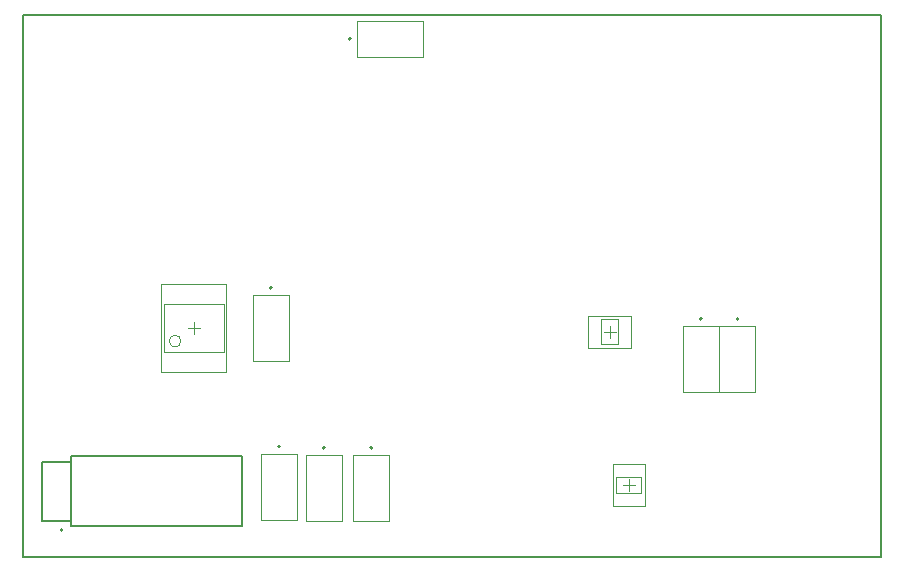
<source format=gko>
G04*
G04 #@! TF.GenerationSoftware,Altium Limited,Altium Designer,19.1.8 (144)*
G04*
G04 Layer_Color=16711935*
%FSLAX42Y42*%
%MOMM*%
G71*
G01*
G75*
%ADD12C,0.20*%
%ADD13C,0.13*%
%ADD15C,0.10*%
%ADD16C,0.05*%
D12*
X10Y10D02*
Y4600D01*
X7280D01*
Y10D02*
Y4600D01*
X10Y10D02*
X7280D01*
X350Y240D02*
G03*
X350Y240I-10J0D01*
G01*
D02*
G03*
X350Y240I-10J0D01*
G01*
X2790Y4400D02*
G03*
X2790Y4400I-10J0D01*
G01*
D02*
G03*
X2790Y4400I-10J0D01*
G01*
X2120Y2290D02*
G03*
X2120Y2290I-10J0D01*
G01*
D02*
G03*
X2120Y2290I-10J0D01*
G01*
X6070Y2027D02*
G03*
X6070Y2027I-10J0D01*
G01*
D02*
G03*
X6070Y2027I-10J0D01*
G01*
X2970Y937D02*
G03*
X2970Y937I-10J0D01*
G01*
D02*
G03*
X2970Y937I-10J0D01*
G01*
X2570D02*
G03*
X2570Y937I-10J0D01*
G01*
D02*
G03*
X2570Y937I-10J0D01*
G01*
X2190Y947D02*
G03*
X2190Y947I-10J0D01*
G01*
D02*
G03*
X2190Y947I-10J0D01*
G01*
X5760Y2030D02*
G03*
X5760Y2030I-10J0D01*
G01*
D02*
G03*
X5760Y2030I-10J0D01*
G01*
D13*
X170Y320D02*
X420D01*
X170D02*
Y820D01*
X420D01*
Y270D02*
X1870D01*
Y870D01*
X420D02*
X1870D01*
X420Y270D02*
Y870D01*
X170Y320D02*
X420D01*
X170D02*
Y820D01*
X420D01*
Y270D02*
X1870D01*
Y870D01*
X420D02*
X1870D01*
X420Y270D02*
Y870D01*
D15*
X1350Y1840D02*
G03*
X1350Y1840I-50J0D01*
G01*
X1710Y1750D02*
Y2150D01*
X1210Y1750D02*
Y2150D01*
X1710D01*
X1210Y1750D02*
X1710D01*
X4910Y2028D02*
X5050D01*
X4910Y1813D02*
X5050D01*
X4910D02*
Y2028D01*
X5050Y1813D02*
Y2028D01*
X5032Y550D02*
X5247D01*
X5032Y690D02*
X5247D01*
X5032Y550D02*
Y690D01*
X5247Y550D02*
Y690D01*
X1410Y1950D02*
X1510D01*
X1460Y1900D02*
Y2000D01*
X4980Y1870D02*
Y1970D01*
X4930Y1920D02*
X5030D01*
X5140Y570D02*
Y670D01*
X5090Y620D02*
X5190D01*
D16*
X2841Y4248D02*
Y4552D01*
Y4248D02*
X3399D01*
Y4552D01*
X2841D02*
X3399D01*
X1735Y1580D02*
Y2320D01*
X1185Y1580D02*
Y2320D01*
X1735D01*
X1185Y1580D02*
X1735D01*
X1958Y2229D02*
X2262D01*
X1958Y1671D02*
Y2229D01*
Y1671D02*
X2262D01*
Y2229D01*
X4800Y2055D02*
X5160D01*
X4800Y1785D02*
X5160D01*
X4800D02*
Y2055D01*
X5160Y1785D02*
Y2055D01*
X5908Y1966D02*
X6212D01*
X5908Y1408D02*
Y1966D01*
Y1408D02*
X6212D01*
Y1966D01*
X3112Y318D02*
Y876D01*
X2808Y318D02*
X3112D01*
X2808D02*
Y876D01*
X3112D01*
X2712Y318D02*
Y876D01*
X2408Y318D02*
X2712D01*
X2408D02*
Y876D01*
X2712D01*
X2332Y328D02*
Y886D01*
X2028Y328D02*
X2332D01*
X2028D02*
Y886D01*
X2332D01*
X5598Y1969D02*
X5902D01*
X5598Y1411D02*
Y1969D01*
Y1411D02*
X5902D01*
Y1969D01*
X5005Y440D02*
X5275D01*
X5005Y800D02*
X5275D01*
X5005Y440D02*
Y800D01*
X5275Y440D02*
Y800D01*
M02*

</source>
